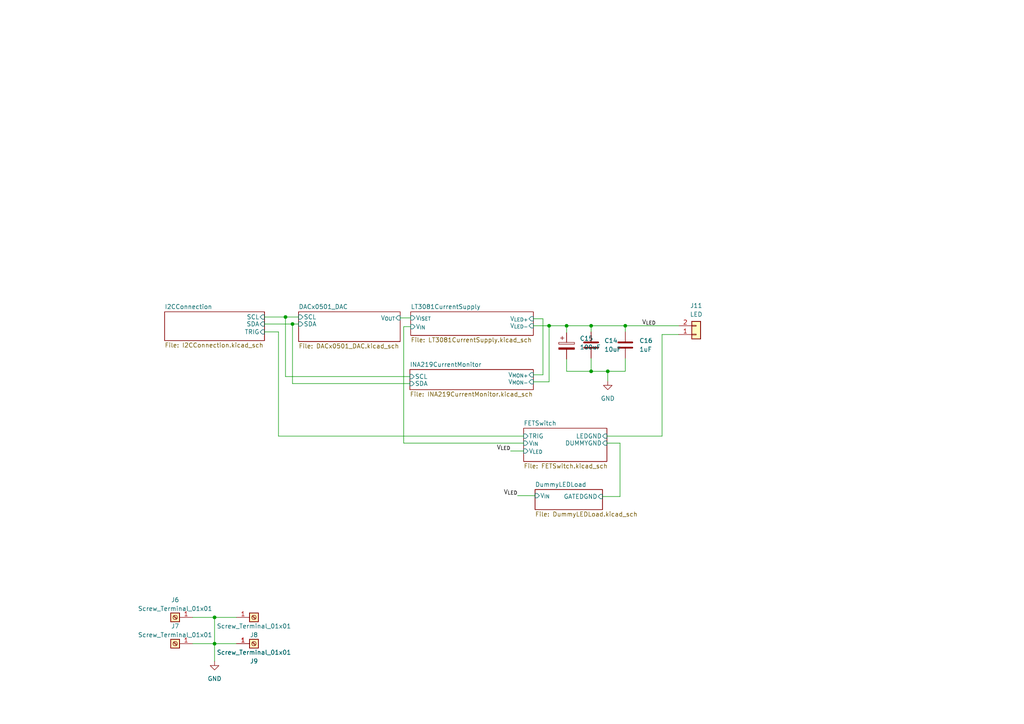
<source format=kicad_sch>
(kicad_sch (version 20230121) (generator eeschema)
  (paper "A4")
  (lib_symbols
    (symbol "Connector:Screw_Terminal_01x01" (pin_names (offset 1.016) hide)
      (property "Reference" "J" (at 0 2.54 0))
      (property "Value" "Screw_Terminal_01x01" (at 0 -2.54 0))
      (symbol "Screw_Terminal_01x01_1_1"
        (rectangle (start -1.27 1.27) (end 1.27 -1.27) (stroke (width 0.254)) (fill (type background)))
        (polyline (pts (xy -0.5334 0.3302) (xy 0.3302 -0.508)) (stroke (width 0.1524)))
        (polyline (pts (xy -0.3556 0.508) (xy 0.508 -0.3302)) (stroke (width 0.1524)))
        (circle (center 0 0) (radius 0.635) (stroke (width 0.1524)))
        (pin passive line (at -5.08 0 0) (length 3.81) (name "Pin_1") (number "1"))
      )
    )
    (symbol "Connector_Generic:Conn_01x02" (pin_names (offset 1.016) hide)
      (property "Reference" "J" (at 0 2.54 0))
      (property "Value" "Conn_01x02" (at 0 -5.08 0))
      (symbol "Conn_01x02_1_1"
        (rectangle (start -1.27 -2.413) (end 0 -2.667) (stroke (width 0.1524)))
        (rectangle (start -1.27 0.127) (end 0 -0.127) (stroke (width 0.1524)))
        (rectangle (start -1.27 1.27) (end 1.27 -3.81) (stroke (width 0.254)) (fill (type background)))
        (pin passive line (at -5.08 0 0) (length 3.81) (name "Pin_1") (number "1"))
        (pin passive line (at -5.08 -2.54 0) (length 3.81) (name "Pin_2") (number "2"))
      )
    )
    (symbol "Device:C" (pin_numbers hide) (pin_names (offset 0.254))
      (property "Reference" "C" (at 0.635 2.54 0))
      (property "Value" "C" (at 0.635 -2.54 0))
      (symbol "C_0_1"
        (polyline (pts (xy -2.032 -0.762) (xy 2.032 -0.762)) (stroke (width 0.508)))
        (polyline (pts (xy -2.032 0.762) (xy 2.032 0.762)) (stroke (width 0.508)))
      )
      (symbol "C_1_1"
        (pin passive line (at 0 3.81 270) (length 2.794) (name "~") (number "1"))
        (pin passive line (at 0 -3.81 90) (length 2.794) (name "~") (number "2"))
      )
    )
    (symbol "Device:C_Polarized" (pin_numbers hide) (pin_names (offset 0.254))
      (property "Reference" "C" (at 0.635 2.54 0))
      (property "Value" "C_Polarized" (at 0.635 -2.54 0))
      (symbol "C_Polarized_0_1"
        (rectangle (start -2.286 0.508) (end 2.286 1.016))
        (polyline (pts (xy -1.778 2.286) (xy -0.762 2.286)))
        (polyline (pts (xy -1.27 2.794) (xy -1.27 1.778)))
        (rectangle (start 2.286 -0.508) (end -2.286 -1.016) (fill (type outline)))
      )
      (symbol "C_Polarized_1_1"
        (pin passive line (at 0 3.81 270) (length 2.794) (name "~") (number "1"))
        (pin passive line (at 0 -3.81 90) (length 2.794) (name "~") (number "2"))
      )
    )
    (symbol "power:GND" (power) (pin_names (offset 0))
      (property "Value" "GND" (at 0 -3.81 0))
      (symbol "GND_0_1"
        (polyline (pts (xy 0 0) (xy 0 -1.27) (xy 1.27 -1.27) (xy 0 -2.54) (xy -1.27 -1.27) (xy 0 -1.27)))
      )
      (symbol "GND_1_1"
        (pin power_in line (at 0 0 270) (length 0) hide (name "GND") (number "1"))
      )
    )
  )
  (junction (at 84.836 93.98))
  (junction (at 82.804 91.948))
  (junction (at 171.45 107.696))
  (junction (at 171.45 94.488))
  (junction (at 181.356 94.488))
  (junction (at 164.338 94.488))
  (junction (at 159.258 94.488))
  (junction (at 62.23 186.69))
  (junction (at 62.23 179.07))
  (junction (at 176.276 107.696))
  (wire (pts (xy 62.23 186.69) (xy 62.23 191.77)))
  (wire (pts (xy 84.836 93.98) (xy 86.614 93.98)))
  (wire (pts (xy 76.708 91.948) (xy 82.804 91.948)))
  (wire (pts (xy 62.23 179.07) (xy 62.23 186.69)))
  (wire (pts (xy 164.338 94.488) (xy 171.45 94.488)))
  (wire (pts (xy 80.772 96.266) (xy 80.772 126.492)))
  (wire (pts (xy 62.23 186.69) (xy 68.58 186.69)))
  (wire (pts (xy 179.832 144.018) (xy 174.752 144.018)))
  (wire (pts (xy 192.024 97.028) (xy 196.85 97.028)))
  (wire (pts (xy 76.708 96.266) (xy 80.772 96.266)))
  (wire (pts (xy 154.686 92.456) (xy 157.48 92.456)))
  (wire (pts (xy 55.88 186.69) (xy 62.23 186.69)))
  (wire (pts (xy 148.082 130.81) (xy 151.892 130.81)))
  (wire (pts (xy 80.772 126.492) (xy 151.892 126.492)))
  (wire (pts (xy 150.114 143.764) (xy 155.194 143.764)))
  (wire (pts (xy 181.356 103.886) (xy 181.356 107.696)))
  (wire (pts (xy 55.88 179.07) (xy 62.23 179.07)))
  (wire (pts (xy 154.686 110.744) (xy 159.258 110.744)))
  (wire (pts (xy 117.094 128.524) (xy 151.892 128.524)))
  (wire (pts (xy 82.804 109.22) (xy 118.872 109.22)))
  (wire (pts (xy 171.45 107.696) (xy 176.276 107.696)))
  (wire (pts (xy 82.804 91.948) (xy 86.614 91.948)))
  (wire (pts (xy 117.094 94.742) (xy 117.094 128.524)))
  (wire (pts (xy 76.708 93.98) (xy 84.836 93.98)))
  (wire (pts (xy 159.258 110.744) (xy 159.258 94.488)))
  (wire (pts (xy 176.276 107.696) (xy 176.276 110.49)))
  (wire (pts (xy 82.804 91.948) (xy 82.804 109.22)))
  (wire (pts (xy 62.23 179.07) (xy 68.58 179.07)))
  (wire (pts (xy 154.686 94.488) (xy 159.258 94.488)))
  (wire (pts (xy 176.022 128.524) (xy 179.832 128.524)))
  (wire (pts (xy 192.024 97.028) (xy 192.024 126.492)))
  (wire (pts (xy 176.022 126.492) (xy 192.024 126.492)))
  (wire (pts (xy 171.45 94.488) (xy 181.356 94.488)))
  (wire (pts (xy 179.832 128.524) (xy 179.832 144.018)))
  (wire (pts (xy 164.338 104.14) (xy 164.338 107.696)))
  (wire (pts (xy 159.258 94.488) (xy 164.338 94.488)))
  (wire (pts (xy 181.356 94.488) (xy 181.356 96.266)))
  (wire (pts (xy 164.338 107.696) (xy 171.45 107.696)))
  (wire (pts (xy 84.836 93.98) (xy 84.836 111.252)))
  (wire (pts (xy 176.276 107.696) (xy 181.356 107.696)))
  (wire (pts (xy 119.126 94.742) (xy 117.094 94.742)))
  (wire (pts (xy 157.48 108.712) (xy 154.686 108.712)))
  (wire (pts (xy 181.356 94.488) (xy 196.85 94.488)))
  (wire (pts (xy 164.338 94.488) (xy 164.338 96.52)))
  (wire (pts (xy 116.078 92.202) (xy 119.126 92.202)))
  (wire (pts (xy 171.45 103.886) (xy 171.45 107.696)))
  (wire (pts (xy 171.45 94.488) (xy 171.45 96.266)))
  (wire (pts (xy 157.48 92.456) (xy 157.48 108.712)))
  (wire (pts (xy 84.836 111.252) (xy 118.872 111.252)))
  (label "V_{LED}" (at 148.082 130.81 180))
  (label "V_{LED}" (at 186.182 94.488 0))
  (label "V_{LED}" (at 150.114 143.764 180))
  (symbol (lib_id "Device:C") (at 181.356 100.076 0) (mirror y) (unit 1)
    (property "Reference" "C16" (at 185.42 98.806 0) (effects (justify right)))
    (property "Value" "1uF" (at 185.42 101.346 0) (effects (justify right)))
    (property "Footprint" "Capacitor_SMD:C_0805_2012Metric_Pad1.18x1.45mm_HandSolder" (effects hide))
  )
  (symbol (lib_id "Connector_Generic:Conn_01x02") (at 201.93 97.028 0) (mirror x) (unit 1)
    (property "Reference" "J11" (at 201.93 88.646 0))
    (property "Value" "LED" (at 201.93 91.186 0))
    (property "Footprint" "TerminalBlock:TerminalBlock_bornier-2_P5.08mm" (effects hide))
  )
  (symbol (lib_id "Connector:Screw_Terminal_01x01") (at 73.66 186.69 0) (unit 1)
    (property "Reference" "J9" (at 73.66 191.77 0))
    (property "Value" "Screw_Terminal_01x01" (at 73.66 189.23 0))
    (property "Footprint" "MountingHole:MountingHole_3.2mm_M3_DIN965_Pad" (effects hide))
  )
  (symbol (lib_id "Connector:Screw_Terminal_01x01") (at 50.8 179.07 180) (unit 1)
    (property "Reference" "J6" (at 50.8 173.99 0))
    (property "Value" "Screw_Terminal_01x01" (at 50.8 176.53 0))
    (property "Footprint" "MountingHole:MountingHole_3.2mm_M3_DIN965_Pad" (effects hide))
  )
  (symbol (lib_id "Connector:Screw_Terminal_01x01") (at 50.8 186.69 180) (unit 1)
    (property "Reference" "J7" (at 50.8 181.61 0))
    (property "Value" "Screw_Terminal_01x01" (at 50.8 184.15 0))
    (property "Footprint" "MountingHole:MountingHole_3.2mm_M3_DIN965_Pad" (effects hide))
  )
  (symbol (lib_id "Device:C_Polarized") (at 164.338 100.33 0) (unit 1)
    (property "Reference" "C15" (at 168.148 98.171 0) (effects (justify left)))
    (property "Value" "100uF" (at 168.148 100.711 0) (effects (justify left)))
    (property "Footprint" "Capacitor_SMD:CP_Elec_8x10.5" (effects hide))
  )
  (symbol (lib_id "Connector:Screw_Terminal_01x01") (at 73.66 179.07 0) (unit 1)
    (property "Reference" "J8" (at 73.66 184.15 0))
    (property "Value" "Screw_Terminal_01x01" (at 73.66 181.61 0))
    (property "Footprint" "MountingHole:MountingHole_3.2mm_M3_DIN965_Pad" (effects hide))
  )
  (symbol (lib_id "power:GND") (at 62.23 191.77 0) (unit 1)
    (property "Reference" "#PWR08" (effects hide))
    (property "Value" "GND" (at 62.23 196.85 0))
  )
  (symbol (lib_id "Device:C") (at 171.45 100.076 0) (mirror y) (unit 1)
    (property "Reference" "C14" (at 175.26 98.806 0) (effects (justify right)))
    (property "Value" "10uF" (at 175.26 101.346 0) (effects (justify right)))
    (property "Footprint" "Capacitor_SMD:C_0805_2012Metric_Pad1.18x1.45mm_HandSolder" (effects hide))
  )
  (symbol (lib_id "power:GND") (at 176.276 110.49 0) (unit 1)
    (property "Reference" "#PWR023" (effects hide))
    (property "Value" "GND" (at 176.276 115.57 0))
  )
  (sheet (at 47.752 90.424) (size 28.956 8.382) (stroke (width 0.1524))
    (property "Sheetname" "I2CConnection" (at 47.752 89.7124 0) (effects (justify left bottom)))
    (property "Sheetfile" "I2CConnection.kicad_sch" (at 47.752 99.3906 0) (effects (justify left top)))
    (pin "TRIG" input (at 76.708 96.266 0))
    (pin "SCL" input (at 76.708 91.948 0))
    (pin "SDA" input (at 76.708 93.98 0))
  )
  (sheet (at 119.126 90.424) (size 35.56 6.858) (stroke (width 0.1524))
    (property "Sheetname" "LT3081CurrentSupply" (at 119.126 89.7124 0) (effects (justify left bottom)))
    (property "Sheetfile" "LT3081CurrentSupply.kicad_sch" (at 119.126 97.8666 0) (effects (justify left top)))
    (pin "V_{ISET}" input (at 119.126 92.202 180))
    (pin "V_{LED+}" input (at 154.686 92.456 0))
    (pin "V_{LED-}" input (at 154.686 94.488 0))
    (pin "V_{IN}" input (at 119.126 94.742 180))
  )
  (sheet (at 86.614 90.424) (size 29.464 8.636) (stroke (width 0.1524))
    (property "Sheetname" "DACx0501_DAC" (at 86.614 89.7124 0) (effects (justify left bottom)))
    (property "Sheetfile" "DACx0501_DAC.kicad_sch" (at 86.614 99.6446 0) (effects (justify left top)))
    (pin "SCL" input (at 86.614 91.948 180))
    (pin "SDA" input (at 86.614 93.98 180))
    (pin "V_{OUT}" input (at 116.078 92.202 0))
  )
  (sheet (at 151.892 124.206) (size 24.13 9.652) (stroke (width 0.1524))
    (property "Sheetname" "FETSwitch" (at 151.892 123.4944 0) (effects (justify left bottom)))
    (property "Sheetfile" "FETSwitch.kicad_sch" (at 151.892 134.4426 0) (effects (justify left top)))
    (pin "TRIG" input (at 151.892 126.492 180))
    (pin "DUMMYGND" input (at 176.022 128.524 0))
    (pin "LEDGND" input (at 176.022 126.492 0))
    (pin "V_{IN}" input (at 151.892 128.524 180))
    (pin "V_{LED}" input (at 151.892 130.81 180))
  )
  (sheet (at 118.872 107.188) (size 35.814 5.842) (stroke (width 0.1524))
    (property "Sheetname" "INA219CurrentMonitor" (at 118.872 106.4764 0) (effects (justify left bottom)))
    (property "Sheetfile" "INA219CurrentMonitor.kicad_sch" (at 118.872 113.6146 0) (effects (justify left top)))
    (pin "SDA" input (at 118.872 111.252 180))
    (pin "SCL" input (at 118.872 109.22 180))
    (pin "V_{MON-}" input (at 154.686 110.744 0))
    (pin "V_{MON+}" input (at 154.686 108.712 0))
  )
  (sheet (at 155.194 141.986) (size 19.558 5.842) (stroke (width 0.1524))
    (property "Sheetname" "DummyLEDLoad" (at 155.194 141.2744 0) (effects (justify left bottom)))
    (property "Sheetfile" "DummyLEDLoad.kicad_sch" (at 155.194 148.4126 0) (effects (justify left top)))
    (pin "GATEDGND" input (at 174.752 144.018 0))
    (pin "V_{IN}" input (at 155.194 143.764 180))
  )
)
</source>
